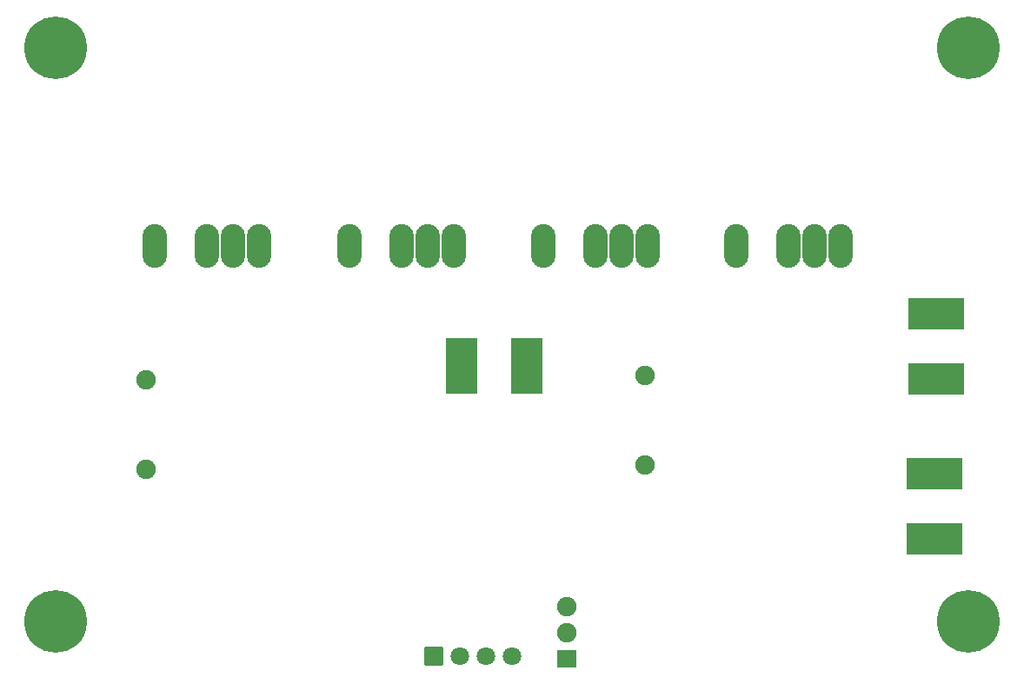
<source format=gbs>
G04 Layer: BottomSolderMaskLayer*
G04 EasyEDA v6.5.23, 2023-05-04 17:13:00*
G04 607db096b8b445a3a5bfbfc94cd9f4cc,a707f60854a14c978b55351e1b3b8125,10*
G04 Gerber Generator version 0.2*
G04 Scale: 100 percent, Rotated: No, Reflected: No *
G04 Dimensions in millimeters *
G04 leading zeros omitted , absolute positions ,4 integer and 5 decimal *
%FSLAX45Y45*%
%MOMM*%

%AMMACRO1*1,1,$1,$2,$3*1,1,$1,$4,$5*1,1,$1,0-$2,0-$3*1,1,$1,0-$4,0-$5*20,1,$1,$2,$3,$4,$5,0*20,1,$1,$4,$5,0-$2,0-$3,0*20,1,$1,0-$2,0-$3,0-$4,0-$5,0*20,1,$1,0-$4,0-$5,$2,$3,0*4,1,4,$2,$3,$4,$5,0-$2,0-$3,0-$4,0-$5,$2,$3,0*%
%ADD10O,2.3622X4.2672*%
%ADD11C,1.9016*%
%ADD12MACRO1,0.1016X-0.85X0.85X0.85X0.85*%
%ADD13C,1.8016*%
%ADD14MACRO1,0.1016X-0.9X-0.7874X-0.9X0.7874*%
%ADD15MACRO1,0.1016X2.7X-1.5005X-2.7X-1.5005*%
%ADD16MACRO1,0.1016X-1.5005X-2.7X-1.5005X2.7*%
%ADD17C,6.1016*%

%LPD*%
D10*
G01*
X1981200Y101600D03*
G01*
X2235200Y101600D03*
G01*
X2489200Y101600D03*
G01*
X1473200Y101600D03*
G01*
X5765800Y101600D03*
G01*
X6019800Y101600D03*
G01*
X6273800Y101600D03*
G01*
X5257800Y101600D03*
G01*
X7645400Y101600D03*
G01*
X7899400Y101600D03*
G01*
X8153400Y101600D03*
G01*
X7137400Y101600D03*
D11*
G01*
X1384300Y-1203299D03*
G01*
X1384300Y-2073300D03*
G01*
X6248400Y-1165199D03*
G01*
X6248400Y-2035200D03*
D12*
G01*
X4191000Y-3898900D03*
D13*
G01*
X4445000Y-3898900D03*
G01*
X4699000Y-3898900D03*
G01*
X4953000Y-3898900D03*
D11*
G01*
X5486400Y-3416300D03*
G01*
X5486400Y-3670300D03*
D14*
G01*
X5486400Y-3924300D03*
D10*
G01*
X3873500Y101600D03*
G01*
X4127500Y101600D03*
G01*
X4381500Y101600D03*
G01*
X3365500Y101600D03*
D15*
G01*
X9080500Y-558812D03*
G01*
X9080500Y-1193812D03*
G01*
X9067800Y-2120912D03*
G01*
X9067800Y-2755912D03*
D16*
G01*
X5092687Y-1066800D03*
G01*
X4457687Y-1066800D03*
D17*
G01*
X9398000Y-3556000D03*
G01*
X9398000Y2032000D03*
G01*
X508000Y2032000D03*
G01*
X508000Y-3556000D03*
M02*

</source>
